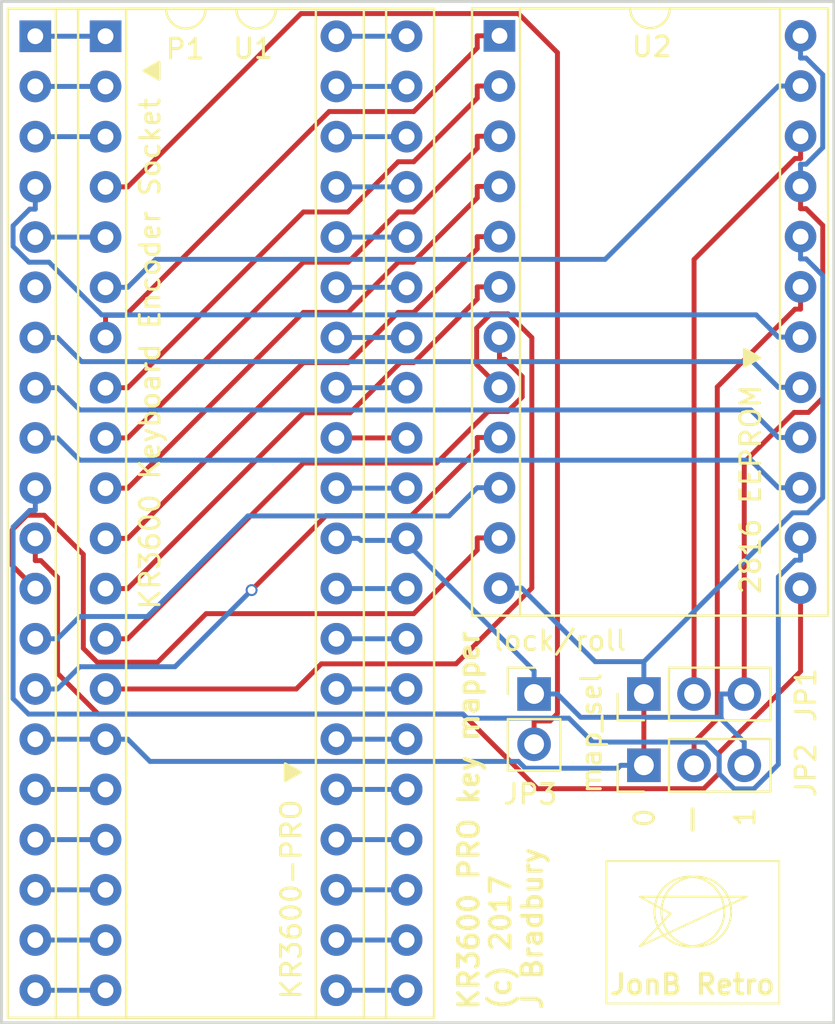
<source format=kicad_pcb>
(kicad_pcb (version 4) (host pcbnew 4.0.5)

  (general
    (links 60)
    (no_connects 0)
    (area 112.716239 74.697519 154.999761 126.511121)
    (thickness 1.6)
    (drawings 18)
    (tracks 255)
    (zones 0)
    (modules 6)
    (nets 53)
  )

  (page A4)
  (layers
    (0 F.Cu signal)
    (31 B.Cu signal)
    (32 B.Adhes user)
    (33 F.Adhes user)
    (34 B.Paste user)
    (35 F.Paste user)
    (36 B.SilkS user)
    (37 F.SilkS user)
    (38 B.Mask user)
    (39 F.Mask user)
    (40 Dwgs.User user)
    (41 Cmts.User user)
    (42 Eco1.User user)
    (43 Eco2.User user)
    (44 Edge.Cuts user)
    (45 Margin user)
    (46 B.CrtYd user)
    (47 F.CrtYd user)
    (48 B.Fab user)
    (49 F.Fab user)
  )

  (setup
    (last_trace_width 0.25)
    (trace_clearance 0.2)
    (zone_clearance 0.508)
    (zone_45_only no)
    (trace_min 0.2)
    (segment_width 0.2)
    (edge_width 0.15)
    (via_size 0.6)
    (via_drill 0.4)
    (via_min_size 0.4)
    (via_min_drill 0.3)
    (uvia_size 0.3)
    (uvia_drill 0.1)
    (uvias_allowed no)
    (uvia_min_size 0.2)
    (uvia_min_drill 0.1)
    (pcb_text_width 0.3)
    (pcb_text_size 1.5 1.5)
    (mod_edge_width 0.15)
    (mod_text_size 1 1)
    (mod_text_width 0.15)
    (pad_size 1.524 1.524)
    (pad_drill 0.762)
    (pad_to_mask_clearance 0.2)
    (aux_axis_origin 0 0)
    (visible_elements 7FFFF7FF)
    (pcbplotparams
      (layerselection 0x00030_80000001)
      (usegerberextensions false)
      (excludeedgelayer true)
      (linewidth 0.100000)
      (plotframeref false)
      (viasonmask false)
      (mode 1)
      (useauxorigin false)
      (hpglpennumber 1)
      (hpglpenspeed 20)
      (hpglpendiameter 15)
      (hpglpenoverlay 2)
      (psnegative false)
      (psa4output false)
      (plotreference true)
      (plotvalue true)
      (plotinvisibletext false)
      (padsonsilk false)
      (subtractmaskfromsilk false)
      (outputformat 1)
      (mirror false)
      (drillshape 1)
      (scaleselection 1)
      (outputdirectory ""))
  )

  (net 0 "")
  (net 1 /K1)
  (net 2 /K21)
  (net 3 /K2)
  (net 4 /K22)
  (net 5 /K3)
  (net 6 /K23)
  (net 7 /K24)
  (net 8 /K5)
  (net 9 /K25)
  (net 10 /K6)
  (net 11 /K26)
  (net 12 /D7)
  (net 13 /K27)
  (net 14 /D6)
  (net 15 /K28)
  (net 16 /D5)
  (net 17 /K29)
  (net 18 /D4)
  (net 19 /D3)
  (net 20 /K31)
  (net 21 /D2)
  (net 22 /K32)
  (net 23 /D1)
  (net 24 /K33)
  (net 25 /D0)
  (net 26 /K34)
  (net 27 GND)
  (net 28 /K35)
  (net 29 /K36)
  (net 30 /K17)
  (net 31 /K37)
  (net 32 /K18)
  (net 33 /K38)
  (net 34 /K19)
  (net 35 /K39)
  (net 36 /K20)
  (net 37 /K40)
  (net 38 /A7)
  (net 39 /A6)
  (net 40 /A5)
  (net 41 /A4)
  (net 42 /A3)
  (net 43 /A2)
  (net 44 /A1)
  (net 45 /A0)
  (net 46 VCC)
  (net 47 /K16)
  (net 48 /A8)
  (net 49 /A9)
  (net 50 /A10)
  (net 51 //OE)
  (net 52 /P4)

  (net_class Default "This is the default net class."
    (clearance 0.2)
    (trace_width 0.25)
    (via_dia 0.6)
    (via_drill 0.4)
    (uvia_dia 0.3)
    (uvia_drill 0.1)
    (add_net //OE)
    (add_net /A0)
    (add_net /A1)
    (add_net /A10)
    (add_net /A2)
    (add_net /A3)
    (add_net /A4)
    (add_net /A5)
    (add_net /A6)
    (add_net /A7)
    (add_net /A8)
    (add_net /A9)
    (add_net /D0)
    (add_net /D1)
    (add_net /D2)
    (add_net /D3)
    (add_net /D4)
    (add_net /D5)
    (add_net /D6)
    (add_net /D7)
    (add_net /K1)
    (add_net /K16)
    (add_net /K17)
    (add_net /K18)
    (add_net /K19)
    (add_net /K2)
    (add_net /K20)
    (add_net /K21)
    (add_net /K22)
    (add_net /K23)
    (add_net /K24)
    (add_net /K25)
    (add_net /K26)
    (add_net /K27)
    (add_net /K28)
    (add_net /K29)
    (add_net /K3)
    (add_net /K31)
    (add_net /K32)
    (add_net /K33)
    (add_net /K34)
    (add_net /K35)
    (add_net /K36)
    (add_net /K37)
    (add_net /K38)
    (add_net /K39)
    (add_net /K40)
    (add_net /K5)
    (add_net /K6)
    (add_net /P4)
    (add_net GND)
    (add_net VCC)
  )

  (module Housings_DIP:DIP-40_W15.24mm_Socket (layer F.Cu) (tedit 5919C754) (tstamp 591842A0)
    (at 114.503 76.5304)
    (descr "40-lead dip package, row spacing 15.24 mm (600 mils), Socket")
    (tags "DIL DIP PDIP 2.54mm 15.24mm 600mil Socket")
    (path /591810A7)
    (fp_text reference P1 (at 7.58952 0.64516) (layer F.SilkS)
      (effects (font (size 1 1) (thickness 0.15)))
    )
    (fp_text value "KR3600 Keyboard Encoder Socket ▲" (at 5.80664 15.05692 90) (layer F.SilkS)
      (effects (font (size 1 1) (thickness 0.15)))
    )
    (fp_text user %R (at 7.62 24.13) (layer F.Fab)
      (effects (font (size 1 1) (thickness 0.15)))
    )
    (fp_line (start 1.255 -1.27) (end 14.985 -1.27) (layer F.Fab) (width 0.1))
    (fp_line (start 14.985 -1.27) (end 14.985 49.53) (layer F.Fab) (width 0.1))
    (fp_line (start 14.985 49.53) (end 0.255 49.53) (layer F.Fab) (width 0.1))
    (fp_line (start 0.255 49.53) (end 0.255 -0.27) (layer F.Fab) (width 0.1))
    (fp_line (start 0.255 -0.27) (end 1.255 -1.27) (layer F.Fab) (width 0.1))
    (fp_line (start -1.27 -1.27) (end -1.27 49.53) (layer F.Fab) (width 0.1))
    (fp_line (start -1.27 49.53) (end 16.51 49.53) (layer F.Fab) (width 0.1))
    (fp_line (start 16.51 49.53) (end 16.51 -1.27) (layer F.Fab) (width 0.1))
    (fp_line (start 16.51 -1.27) (end -1.27 -1.27) (layer F.Fab) (width 0.1))
    (fp_line (start 6.62 -1.39) (end 1.04 -1.39) (layer F.SilkS) (width 0.12))
    (fp_line (start 1.04 -1.39) (end 1.04 49.65) (layer F.SilkS) (width 0.12))
    (fp_line (start 1.04 49.65) (end 14.2 49.65) (layer F.SilkS) (width 0.12))
    (fp_line (start 14.2 49.65) (end 14.2 -1.39) (layer F.SilkS) (width 0.12))
    (fp_line (start 14.2 -1.39) (end 8.62 -1.39) (layer F.SilkS) (width 0.12))
    (fp_line (start -1.39 -1.39) (end -1.39 49.65) (layer F.SilkS) (width 0.12))
    (fp_line (start -1.39 49.65) (end 16.63 49.65) (layer F.SilkS) (width 0.12))
    (fp_line (start 16.63 49.65) (end 16.63 -1.39) (layer F.SilkS) (width 0.12))
    (fp_line (start 16.63 -1.39) (end -1.39 -1.39) (layer F.SilkS) (width 0.12))
    (fp_line (start -1.7 -1.7) (end -1.7 49.9) (layer F.CrtYd) (width 0.05))
    (fp_line (start -1.7 49.9) (end 16.9 49.9) (layer F.CrtYd) (width 0.05))
    (fp_line (start 16.9 49.9) (end 16.9 -1.7) (layer F.CrtYd) (width 0.05))
    (fp_line (start 16.9 -1.7) (end -1.7 -1.7) (layer F.CrtYd) (width 0.05))
    (fp_arc (start 7.62 -1.39) (end 6.62 -1.39) (angle -180) (layer F.SilkS) (width 0.12))
    (pad 1 thru_hole rect (at 0 0) (size 1.6 1.6) (drill 0.8) (layers *.Cu *.Mask)
      (net 1 /K1))
    (pad 21 thru_hole oval (at 15.24 48.26) (size 1.6 1.6) (drill 0.8) (layers *.Cu *.Mask)
      (net 2 /K21))
    (pad 2 thru_hole oval (at 0 2.54) (size 1.6 1.6) (drill 0.8) (layers *.Cu *.Mask)
      (net 3 /K2))
    (pad 22 thru_hole oval (at 15.24 45.72) (size 1.6 1.6) (drill 0.8) (layers *.Cu *.Mask)
      (net 4 /K22))
    (pad 3 thru_hole oval (at 0 5.08) (size 1.6 1.6) (drill 0.8) (layers *.Cu *.Mask)
      (net 5 /K3))
    (pad 23 thru_hole oval (at 15.24 43.18) (size 1.6 1.6) (drill 0.8) (layers *.Cu *.Mask)
      (net 6 /K23))
    (pad 4 thru_hole oval (at 0 7.62) (size 1.6 1.6) (drill 0.8) (layers *.Cu *.Mask)
      (net 51 //OE))
    (pad 24 thru_hole oval (at 15.24 40.64) (size 1.6 1.6) (drill 0.8) (layers *.Cu *.Mask)
      (net 7 /K24))
    (pad 5 thru_hole oval (at 0 10.16) (size 1.6 1.6) (drill 0.8) (layers *.Cu *.Mask)
      (net 8 /K5))
    (pad 25 thru_hole oval (at 15.24 38.1) (size 1.6 1.6) (drill 0.8) (layers *.Cu *.Mask)
      (net 9 /K25))
    (pad 6 thru_hole oval (at 0 12.7) (size 1.6 1.6) (drill 0.8) (layers *.Cu *.Mask)
      (net 10 /K6))
    (pad 26 thru_hole oval (at 15.24 35.56) (size 1.6 1.6) (drill 0.8) (layers *.Cu *.Mask)
      (net 11 /K26))
    (pad 7 thru_hole oval (at 0 15.24) (size 1.6 1.6) (drill 0.8) (layers *.Cu *.Mask)
      (net 12 /D7))
    (pad 27 thru_hole oval (at 15.24 33.02) (size 1.6 1.6) (drill 0.8) (layers *.Cu *.Mask)
      (net 13 /K27))
    (pad 8 thru_hole oval (at 0 17.78) (size 1.6 1.6) (drill 0.8) (layers *.Cu *.Mask)
      (net 14 /D6))
    (pad 28 thru_hole oval (at 15.24 30.48) (size 1.6 1.6) (drill 0.8) (layers *.Cu *.Mask)
      (net 15 /K28))
    (pad 9 thru_hole oval (at 0 20.32) (size 1.6 1.6) (drill 0.8) (layers *.Cu *.Mask)
      (net 16 /D5))
    (pad 29 thru_hole oval (at 15.24 27.94) (size 1.6 1.6) (drill 0.8) (layers *.Cu *.Mask)
      (net 17 /K29))
    (pad 10 thru_hole oval (at 0 22.86) (size 1.6 1.6) (drill 0.8) (layers *.Cu *.Mask)
      (net 18 /D4))
    (pad 30 thru_hole oval (at 15.24 25.4) (size 1.6 1.6) (drill 0.8) (layers *.Cu *.Mask)
      (net 46 VCC))
    (pad 11 thru_hole oval (at 0 25.4) (size 1.6 1.6) (drill 0.8) (layers *.Cu *.Mask)
      (net 19 /D3))
    (pad 31 thru_hole oval (at 15.24 22.86) (size 1.6 1.6) (drill 0.8) (layers *.Cu *.Mask)
      (net 20 /K31))
    (pad 12 thru_hole oval (at 0 27.94) (size 1.6 1.6) (drill 0.8) (layers *.Cu *.Mask)
      (net 21 /D2))
    (pad 32 thru_hole oval (at 15.24 20.32) (size 1.6 1.6) (drill 0.8) (layers *.Cu *.Mask)
      (net 22 /K32))
    (pad 13 thru_hole oval (at 0 30.48) (size 1.6 1.6) (drill 0.8) (layers *.Cu *.Mask)
      (net 23 /D1))
    (pad 33 thru_hole oval (at 15.24 17.78) (size 1.6 1.6) (drill 0.8) (layers *.Cu *.Mask)
      (net 24 /K33))
    (pad 14 thru_hole oval (at 0 33.02) (size 1.6 1.6) (drill 0.8) (layers *.Cu *.Mask)
      (net 25 /D0))
    (pad 34 thru_hole oval (at 15.24 15.24) (size 1.6 1.6) (drill 0.8) (layers *.Cu *.Mask)
      (net 26 /K34))
    (pad 15 thru_hole oval (at 0 35.56) (size 1.6 1.6) (drill 0.8) (layers *.Cu *.Mask)
      (net 27 GND))
    (pad 35 thru_hole oval (at 15.24 12.7) (size 1.6 1.6) (drill 0.8) (layers *.Cu *.Mask)
      (net 28 /K35))
    (pad 16 thru_hole oval (at 0 38.1) (size 1.6 1.6) (drill 0.8) (layers *.Cu *.Mask)
      (net 47 /K16))
    (pad 36 thru_hole oval (at 15.24 10.16) (size 1.6 1.6) (drill 0.8) (layers *.Cu *.Mask)
      (net 29 /K36))
    (pad 17 thru_hole oval (at 0 40.64) (size 1.6 1.6) (drill 0.8) (layers *.Cu *.Mask)
      (net 30 /K17))
    (pad 37 thru_hole oval (at 15.24 7.62) (size 1.6 1.6) (drill 0.8) (layers *.Cu *.Mask)
      (net 31 /K37))
    (pad 18 thru_hole oval (at 0 43.18) (size 1.6 1.6) (drill 0.8) (layers *.Cu *.Mask)
      (net 32 /K18))
    (pad 38 thru_hole oval (at 15.24 5.08) (size 1.6 1.6) (drill 0.8) (layers *.Cu *.Mask)
      (net 33 /K38))
    (pad 19 thru_hole oval (at 0 45.72) (size 1.6 1.6) (drill 0.8) (layers *.Cu *.Mask)
      (net 34 /K19))
    (pad 39 thru_hole oval (at 15.24 2.54) (size 1.6 1.6) (drill 0.8) (layers *.Cu *.Mask)
      (net 35 /K39))
    (pad 20 thru_hole oval (at 0 48.26) (size 1.6 1.6) (drill 0.8) (layers *.Cu *.Mask)
      (net 36 /K20))
    (pad 40 thru_hole oval (at 15.24 0) (size 1.6 1.6) (drill 0.8) (layers *.Cu *.Mask)
      (net 37 /K40))
    (model Housings_DIP.3dshapes/DIP-40_W15.24mm_Socket.wrl
      (at (xyz 0 0 0))
      (scale (xyz 1 1 1))
      (rotate (xyz 0 0 0))
    )
  )

  (module Housings_DIP:DIP-40_W15.24mm_Socket (layer F.Cu) (tedit 5919C6FB) (tstamp 591842CC)
    (at 118.059 76.5304)
    (descr "40-lead dip package, row spacing 15.24 mm (600 mils), Socket")
    (tags "DIL DIP PDIP 2.54mm 15.24mm 600mil Socket")
    (path /591805E5)
    (fp_text reference U1 (at 7.4676 0.61976) (layer F.SilkS)
      (effects (font (size 1 1) (thickness 0.15)))
    )
    (fp_text value "KR3600-PRO ▼" (at 9.40328 42.66164 90) (layer F.SilkS)
      (effects (font (size 1 1) (thickness 0.15)))
    )
    (fp_text user %R (at 7.62 24.13) (layer F.Fab)
      (effects (font (size 1 1) (thickness 0.15)))
    )
    (fp_line (start 1.255 -1.27) (end 14.985 -1.27) (layer F.Fab) (width 0.1))
    (fp_line (start 14.985 -1.27) (end 14.985 49.53) (layer F.Fab) (width 0.1))
    (fp_line (start 14.985 49.53) (end 0.255 49.53) (layer F.Fab) (width 0.1))
    (fp_line (start 0.255 49.53) (end 0.255 -0.27) (layer F.Fab) (width 0.1))
    (fp_line (start 0.255 -0.27) (end 1.255 -1.27) (layer F.Fab) (width 0.1))
    (fp_line (start -1.27 -1.27) (end -1.27 49.53) (layer F.Fab) (width 0.1))
    (fp_line (start -1.27 49.53) (end 16.51 49.53) (layer F.Fab) (width 0.1))
    (fp_line (start 16.51 49.53) (end 16.51 -1.27) (layer F.Fab) (width 0.1))
    (fp_line (start 16.51 -1.27) (end -1.27 -1.27) (layer F.Fab) (width 0.1))
    (fp_line (start 6.62 -1.39) (end 1.04 -1.39) (layer F.SilkS) (width 0.12))
    (fp_line (start 1.04 -1.39) (end 1.04 49.65) (layer F.SilkS) (width 0.12))
    (fp_line (start 1.04 49.65) (end 14.2 49.65) (layer F.SilkS) (width 0.12))
    (fp_line (start 14.2 49.65) (end 14.2 -1.39) (layer F.SilkS) (width 0.12))
    (fp_line (start 14.2 -1.39) (end 8.62 -1.39) (layer F.SilkS) (width 0.12))
    (fp_line (start -1.39 -1.39) (end -1.39 49.65) (layer F.SilkS) (width 0.12))
    (fp_line (start -1.39 49.65) (end 16.63 49.65) (layer F.SilkS) (width 0.12))
    (fp_line (start 16.63 49.65) (end 16.63 -1.39) (layer F.SilkS) (width 0.12))
    (fp_line (start 16.63 -1.39) (end -1.39 -1.39) (layer F.SilkS) (width 0.12))
    (fp_line (start -1.7 -1.7) (end -1.7 49.9) (layer F.CrtYd) (width 0.05))
    (fp_line (start -1.7 49.9) (end 16.9 49.9) (layer F.CrtYd) (width 0.05))
    (fp_line (start 16.9 49.9) (end 16.9 -1.7) (layer F.CrtYd) (width 0.05))
    (fp_line (start 16.9 -1.7) (end -1.7 -1.7) (layer F.CrtYd) (width 0.05))
    (fp_arc (start 7.62 -1.39) (end 6.62 -1.39) (angle -180) (layer F.SilkS) (width 0.12))
    (pad 1 thru_hole rect (at 0 0) (size 1.6 1.6) (drill 0.8) (layers *.Cu *.Mask)
      (net 1 /K1))
    (pad 21 thru_hole oval (at 15.24 48.26) (size 1.6 1.6) (drill 0.8) (layers *.Cu *.Mask)
      (net 2 /K21))
    (pad 2 thru_hole oval (at 0 2.54) (size 1.6 1.6) (drill 0.8) (layers *.Cu *.Mask)
      (net 3 /K2))
    (pad 22 thru_hole oval (at 15.24 45.72) (size 1.6 1.6) (drill 0.8) (layers *.Cu *.Mask)
      (net 4 /K22))
    (pad 3 thru_hole oval (at 0 5.08) (size 1.6 1.6) (drill 0.8) (layers *.Cu *.Mask)
      (net 5 /K3))
    (pad 23 thru_hole oval (at 15.24 43.18) (size 1.6 1.6) (drill 0.8) (layers *.Cu *.Mask)
      (net 6 /K23))
    (pad 4 thru_hole oval (at 0 7.62) (size 1.6 1.6) (drill 0.8) (layers *.Cu *.Mask)
      (net 52 /P4))
    (pad 24 thru_hole oval (at 15.24 40.64) (size 1.6 1.6) (drill 0.8) (layers *.Cu *.Mask)
      (net 7 /K24))
    (pad 5 thru_hole oval (at 0 10.16) (size 1.6 1.6) (drill 0.8) (layers *.Cu *.Mask)
      (net 8 /K5))
    (pad 25 thru_hole oval (at 15.24 38.1) (size 1.6 1.6) (drill 0.8) (layers *.Cu *.Mask)
      (net 9 /K25))
    (pad 6 thru_hole oval (at 0 12.7) (size 1.6 1.6) (drill 0.8) (layers *.Cu *.Mask)
      (net 48 /A8))
    (pad 26 thru_hole oval (at 15.24 35.56) (size 1.6 1.6) (drill 0.8) (layers *.Cu *.Mask)
      (net 11 /K26))
    (pad 7 thru_hole oval (at 0 15.24) (size 1.6 1.6) (drill 0.8) (layers *.Cu *.Mask)
      (net 38 /A7))
    (pad 27 thru_hole oval (at 15.24 33.02) (size 1.6 1.6) (drill 0.8) (layers *.Cu *.Mask)
      (net 13 /K27))
    (pad 8 thru_hole oval (at 0 17.78) (size 1.6 1.6) (drill 0.8) (layers *.Cu *.Mask)
      (net 39 /A6))
    (pad 28 thru_hole oval (at 15.24 30.48) (size 1.6 1.6) (drill 0.8) (layers *.Cu *.Mask)
      (net 15 /K28))
    (pad 9 thru_hole oval (at 0 20.32) (size 1.6 1.6) (drill 0.8) (layers *.Cu *.Mask)
      (net 40 /A5))
    (pad 29 thru_hole oval (at 15.24 27.94) (size 1.6 1.6) (drill 0.8) (layers *.Cu *.Mask)
      (net 17 /K29))
    (pad 10 thru_hole oval (at 0 22.86) (size 1.6 1.6) (drill 0.8) (layers *.Cu *.Mask)
      (net 41 /A4))
    (pad 30 thru_hole oval (at 15.24 25.4) (size 1.6 1.6) (drill 0.8) (layers *.Cu *.Mask)
      (net 46 VCC))
    (pad 11 thru_hole oval (at 0 25.4) (size 1.6 1.6) (drill 0.8) (layers *.Cu *.Mask)
      (net 42 /A3))
    (pad 31 thru_hole oval (at 15.24 22.86) (size 1.6 1.6) (drill 0.8) (layers *.Cu *.Mask)
      (net 20 /K31))
    (pad 12 thru_hole oval (at 0 27.94) (size 1.6 1.6) (drill 0.8) (layers *.Cu *.Mask)
      (net 43 /A2))
    (pad 32 thru_hole oval (at 15.24 20.32) (size 1.6 1.6) (drill 0.8) (layers *.Cu *.Mask)
      (net 22 /K32))
    (pad 13 thru_hole oval (at 0 30.48) (size 1.6 1.6) (drill 0.8) (layers *.Cu *.Mask)
      (net 44 /A1))
    (pad 33 thru_hole oval (at 15.24 17.78) (size 1.6 1.6) (drill 0.8) (layers *.Cu *.Mask)
      (net 24 /K33))
    (pad 14 thru_hole oval (at 0 33.02) (size 1.6 1.6) (drill 0.8) (layers *.Cu *.Mask)
      (net 45 /A0))
    (pad 34 thru_hole oval (at 15.24 15.24) (size 1.6 1.6) (drill 0.8) (layers *.Cu *.Mask)
      (net 26 /K34))
    (pad 15 thru_hole oval (at 0 35.56) (size 1.6 1.6) (drill 0.8) (layers *.Cu *.Mask)
      (net 27 GND))
    (pad 35 thru_hole oval (at 15.24 12.7) (size 1.6 1.6) (drill 0.8) (layers *.Cu *.Mask)
      (net 28 /K35))
    (pad 16 thru_hole oval (at 0 38.1) (size 1.6 1.6) (drill 0.8) (layers *.Cu *.Mask)
      (net 47 /K16))
    (pad 36 thru_hole oval (at 15.24 10.16) (size 1.6 1.6) (drill 0.8) (layers *.Cu *.Mask)
      (net 29 /K36))
    (pad 17 thru_hole oval (at 0 40.64) (size 1.6 1.6) (drill 0.8) (layers *.Cu *.Mask)
      (net 30 /K17))
    (pad 37 thru_hole oval (at 15.24 7.62) (size 1.6 1.6) (drill 0.8) (layers *.Cu *.Mask)
      (net 31 /K37))
    (pad 18 thru_hole oval (at 0 43.18) (size 1.6 1.6) (drill 0.8) (layers *.Cu *.Mask)
      (net 32 /K18))
    (pad 38 thru_hole oval (at 15.24 5.08) (size 1.6 1.6) (drill 0.8) (layers *.Cu *.Mask)
      (net 33 /K38))
    (pad 19 thru_hole oval (at 0 45.72) (size 1.6 1.6) (drill 0.8) (layers *.Cu *.Mask)
      (net 34 /K19))
    (pad 39 thru_hole oval (at 15.24 2.54) (size 1.6 1.6) (drill 0.8) (layers *.Cu *.Mask)
      (net 35 /K39))
    (pad 20 thru_hole oval (at 0 48.26) (size 1.6 1.6) (drill 0.8) (layers *.Cu *.Mask)
      (net 36 /K20))
    (pad 40 thru_hole oval (at 15.24 0) (size 1.6 1.6) (drill 0.8) (layers *.Cu *.Mask)
      (net 37 /K40))
    (model Housings_DIP.3dshapes/DIP-40_W15.24mm_Socket.wrl
      (at (xyz 0 0 0))
      (scale (xyz 1 1 1))
      (rotate (xyz 0 0 0))
    )
  )

  (module Housings_DIP:DIP-24_W15.24mm_Socket (layer F.Cu) (tedit 5919C723) (tstamp 591842E8)
    (at 137.998 76.5094)
    (descr "24-lead dip package, row spacing 15.24 mm (600 mils), Socket")
    (tags "DIL DIP PDIP 2.54mm 15.24mm 600mil Socket")
    (path /5918093E)
    (fp_text reference U2 (at 7.71144 0.55372) (layer F.SilkS)
      (effects (font (size 1 1) (thickness 0.15)))
    )
    (fp_text value "2816 EEPROM ▼" (at 12.71036 21.95116 90) (layer F.SilkS)
      (effects (font (size 1 1) (thickness 0.15)))
    )
    (fp_text user %R (at 7.62 13.97) (layer F.Fab)
      (effects (font (size 1 1) (thickness 0.15)))
    )
    (fp_line (start 1.255 -1.27) (end 14.985 -1.27) (layer F.Fab) (width 0.1))
    (fp_line (start 14.985 -1.27) (end 14.985 29.21) (layer F.Fab) (width 0.1))
    (fp_line (start 14.985 29.21) (end 0.255 29.21) (layer F.Fab) (width 0.1))
    (fp_line (start 0.255 29.21) (end 0.255 -0.27) (layer F.Fab) (width 0.1))
    (fp_line (start 0.255 -0.27) (end 1.255 -1.27) (layer F.Fab) (width 0.1))
    (fp_line (start -1.27 -1.27) (end -1.27 29.21) (layer F.Fab) (width 0.1))
    (fp_line (start -1.27 29.21) (end 16.51 29.21) (layer F.Fab) (width 0.1))
    (fp_line (start 16.51 29.21) (end 16.51 -1.27) (layer F.Fab) (width 0.1))
    (fp_line (start 16.51 -1.27) (end -1.27 -1.27) (layer F.Fab) (width 0.1))
    (fp_line (start 6.62 -1.39) (end 1.04 -1.39) (layer F.SilkS) (width 0.12))
    (fp_line (start 1.04 -1.39) (end 1.04 29.33) (layer F.SilkS) (width 0.12))
    (fp_line (start 1.04 29.33) (end 14.2 29.33) (layer F.SilkS) (width 0.12))
    (fp_line (start 14.2 29.33) (end 14.2 -1.39) (layer F.SilkS) (width 0.12))
    (fp_line (start 14.2 -1.39) (end 8.62 -1.39) (layer F.SilkS) (width 0.12))
    (fp_line (start -1.39 -1.39) (end -1.39 29.33) (layer F.SilkS) (width 0.12))
    (fp_line (start -1.39 29.33) (end 16.63 29.33) (layer F.SilkS) (width 0.12))
    (fp_line (start 16.63 29.33) (end 16.63 -1.39) (layer F.SilkS) (width 0.12))
    (fp_line (start 16.63 -1.39) (end -1.39 -1.39) (layer F.SilkS) (width 0.12))
    (fp_line (start -1.7 -1.7) (end -1.7 29.6) (layer F.CrtYd) (width 0.05))
    (fp_line (start -1.7 29.6) (end 16.9 29.6) (layer F.CrtYd) (width 0.05))
    (fp_line (start 16.9 29.6) (end 16.9 -1.7) (layer F.CrtYd) (width 0.05))
    (fp_line (start 16.9 -1.7) (end -1.7 -1.7) (layer F.CrtYd) (width 0.05))
    (fp_arc (start 7.62 -1.39) (end 6.62 -1.39) (angle -180) (layer F.SilkS) (width 0.12))
    (pad 1 thru_hole rect (at 0 0) (size 1.6 1.6) (drill 0.8) (layers *.Cu *.Mask)
      (net 38 /A7))
    (pad 13 thru_hole oval (at 15.24 27.94) (size 1.6 1.6) (drill 0.8) (layers *.Cu *.Mask)
      (net 19 /D3))
    (pad 2 thru_hole oval (at 0 2.54) (size 1.6 1.6) (drill 0.8) (layers *.Cu *.Mask)
      (net 39 /A6))
    (pad 14 thru_hole oval (at 15.24 25.4) (size 1.6 1.6) (drill 0.8) (layers *.Cu *.Mask)
      (net 18 /D4))
    (pad 3 thru_hole oval (at 0 5.08) (size 1.6 1.6) (drill 0.8) (layers *.Cu *.Mask)
      (net 40 /A5))
    (pad 15 thru_hole oval (at 15.24 22.86) (size 1.6 1.6) (drill 0.8) (layers *.Cu *.Mask)
      (net 16 /D5))
    (pad 4 thru_hole oval (at 0 7.62) (size 1.6 1.6) (drill 0.8) (layers *.Cu *.Mask)
      (net 41 /A4))
    (pad 16 thru_hole oval (at 15.24 20.32) (size 1.6 1.6) (drill 0.8) (layers *.Cu *.Mask)
      (net 14 /D6))
    (pad 5 thru_hole oval (at 0 10.16) (size 1.6 1.6) (drill 0.8) (layers *.Cu *.Mask)
      (net 42 /A3))
    (pad 17 thru_hole oval (at 15.24 17.78) (size 1.6 1.6) (drill 0.8) (layers *.Cu *.Mask)
      (net 12 /D7))
    (pad 6 thru_hole oval (at 0 12.7) (size 1.6 1.6) (drill 0.8) (layers *.Cu *.Mask)
      (net 43 /A2))
    (pad 18 thru_hole oval (at 15.24 15.24) (size 1.6 1.6) (drill 0.8) (layers *.Cu *.Mask)
      (net 51 //OE))
    (pad 7 thru_hole oval (at 0 15.24) (size 1.6 1.6) (drill 0.8) (layers *.Cu *.Mask)
      (net 44 /A1))
    (pad 19 thru_hole oval (at 15.24 12.7) (size 1.6 1.6) (drill 0.8) (layers *.Cu *.Mask)
      (net 50 /A10))
    (pad 8 thru_hole oval (at 0 17.78) (size 1.6 1.6) (drill 0.8) (layers *.Cu *.Mask)
      (net 45 /A0))
    (pad 20 thru_hole oval (at 15.24 10.16) (size 1.6 1.6) (drill 0.8) (layers *.Cu *.Mask)
      (net 27 GND))
    (pad 9 thru_hole oval (at 0 20.32) (size 1.6 1.6) (drill 0.8) (layers *.Cu *.Mask)
      (net 25 /D0))
    (pad 21 thru_hole oval (at 15.24 7.62) (size 1.6 1.6) (drill 0.8) (layers *.Cu *.Mask)
      (net 46 VCC))
    (pad 10 thru_hole oval (at 0 22.86) (size 1.6 1.6) (drill 0.8) (layers *.Cu *.Mask)
      (net 23 /D1))
    (pad 22 thru_hole oval (at 15.24 5.08) (size 1.6 1.6) (drill 0.8) (layers *.Cu *.Mask)
      (net 49 /A9))
    (pad 11 thru_hole oval (at 0 25.4) (size 1.6 1.6) (drill 0.8) (layers *.Cu *.Mask)
      (net 21 /D2))
    (pad 23 thru_hole oval (at 15.24 2.54) (size 1.6 1.6) (drill 0.8) (layers *.Cu *.Mask)
      (net 48 /A8))
    (pad 12 thru_hole oval (at 0 27.94) (size 1.6 1.6) (drill 0.8) (layers *.Cu *.Mask)
      (net 27 GND))
    (pad 24 thru_hole oval (at 15.24 0) (size 1.6 1.6) (drill 0.8) (layers *.Cu *.Mask)
      (net 46 VCC))
    (model Housings_DIP.3dshapes/DIP-24_W15.24mm_Socket.wrl
      (at (xyz 0 0 0))
      (scale (xyz 1 1 1))
      (rotate (xyz 0 0 0))
    )
  )

  (module Pin_Headers:Pin_Header_Straight_1x03_Pitch2.54mm (layer F.Cu) (tedit 5919C4E0) (tstamp 5918664F)
    (at 145.308 109.804 90)
    (descr "Through hole straight pin header, 1x03, 2.54mm pitch, single row")
    (tags "Through hole pin header THT 1x03 2.54mm single row")
    (path /591862EB)
    (fp_text reference JP1 (at -0.05068 8.19908 90) (layer F.SilkS)
      (effects (font (size 1 1) (thickness 0.15)))
    )
    (fp_text value 0 (at -6.2686 0.03552 90) (layer F.SilkS)
      (effects (font (size 1 1) (thickness 0.15)))
    )
    (fp_line (start -1.27 -1.27) (end -1.27 6.35) (layer F.Fab) (width 0.1))
    (fp_line (start -1.27 6.35) (end 1.27 6.35) (layer F.Fab) (width 0.1))
    (fp_line (start 1.27 6.35) (end 1.27 -1.27) (layer F.Fab) (width 0.1))
    (fp_line (start 1.27 -1.27) (end -1.27 -1.27) (layer F.Fab) (width 0.1))
    (fp_line (start -1.33 1.27) (end -1.33 6.41) (layer F.SilkS) (width 0.12))
    (fp_line (start -1.33 6.41) (end 1.33 6.41) (layer F.SilkS) (width 0.12))
    (fp_line (start 1.33 6.41) (end 1.33 1.27) (layer F.SilkS) (width 0.12))
    (fp_line (start 1.33 1.27) (end -1.33 1.27) (layer F.SilkS) (width 0.12))
    (fp_line (start -1.33 0) (end -1.33 -1.33) (layer F.SilkS) (width 0.12))
    (fp_line (start -1.33 -1.33) (end 0 -1.33) (layer F.SilkS) (width 0.12))
    (fp_line (start -1.8 -1.8) (end -1.8 6.85) (layer F.CrtYd) (width 0.05))
    (fp_line (start -1.8 6.85) (end 1.8 6.85) (layer F.CrtYd) (width 0.05))
    (fp_line (start 1.8 6.85) (end 1.8 -1.8) (layer F.CrtYd) (width 0.05))
    (fp_line (start 1.8 -1.8) (end -1.8 -1.8) (layer F.CrtYd) (width 0.05))
    (pad 1 thru_hole rect (at 0 0 90) (size 1.7 1.7) (drill 1) (layers *.Cu *.Mask)
      (net 27 GND))
    (pad 2 thru_hole oval (at 0 2.54 90) (size 1.7 1.7) (drill 1) (layers *.Cu *.Mask)
      (net 49 /A9))
    (pad 3 thru_hole oval (at 0 5.08 90) (size 1.7 1.7) (drill 1) (layers *.Cu *.Mask)
      (net 46 VCC))
    (model ${KISYS3DMOD}/Pin_Headers.3dshapes/Pin_Header_Straight_1x03_Pitch2.54mm.wrl
      (at (xyz 0 -0.1 0))
      (scale (xyz 1 1 1))
      (rotate (xyz 0 0 90))
    )
  )

  (module Pin_Headers:Pin_Header_Straight_1x03_Pitch2.54mm (layer F.Cu) (tedit 5919C4CF) (tstamp 59186656)
    (at 145.308 113.411 90)
    (descr "Through hole straight pin header, 1x03, 2.54mm pitch, single row")
    (tags "Through hole pin header THT 1x03 2.54mm single row")
    (path /5918631F)
    (fp_text reference JP2 (at -0.25368 8.19908 90) (layer F.SilkS)
      (effects (font (size 1 1) (thickness 0.15)))
    )
    (fp_text value 1 (at -2.62604 5.11552 90) (layer F.SilkS)
      (effects (font (size 1 1) (thickness 0.15)))
    )
    (fp_line (start -1.27 -1.27) (end -1.27 6.35) (layer F.Fab) (width 0.1))
    (fp_line (start -1.27 6.35) (end 1.27 6.35) (layer F.Fab) (width 0.1))
    (fp_line (start 1.27 6.35) (end 1.27 -1.27) (layer F.Fab) (width 0.1))
    (fp_line (start 1.27 -1.27) (end -1.27 -1.27) (layer F.Fab) (width 0.1))
    (fp_line (start -1.33 1.27) (end -1.33 6.41) (layer F.SilkS) (width 0.12))
    (fp_line (start -1.33 6.41) (end 1.33 6.41) (layer F.SilkS) (width 0.12))
    (fp_line (start 1.33 6.41) (end 1.33 1.27) (layer F.SilkS) (width 0.12))
    (fp_line (start 1.33 1.27) (end -1.33 1.27) (layer F.SilkS) (width 0.12))
    (fp_line (start -1.33 0) (end -1.33 -1.33) (layer F.SilkS) (width 0.12))
    (fp_line (start -1.33 -1.33) (end 0 -1.33) (layer F.SilkS) (width 0.12))
    (fp_line (start -1.8 -1.8) (end -1.8 6.85) (layer F.CrtYd) (width 0.05))
    (fp_line (start -1.8 6.85) (end 1.8 6.85) (layer F.CrtYd) (width 0.05))
    (fp_line (start 1.8 6.85) (end 1.8 -1.8) (layer F.CrtYd) (width 0.05))
    (fp_line (start 1.8 -1.8) (end -1.8 -1.8) (layer F.CrtYd) (width 0.05))
    (pad 1 thru_hole rect (at 0 0 90) (size 1.7 1.7) (drill 1) (layers *.Cu *.Mask)
      (net 27 GND))
    (pad 2 thru_hole oval (at 0 2.54 90) (size 1.7 1.7) (drill 1) (layers *.Cu *.Mask)
      (net 50 /A10))
    (pad 3 thru_hole oval (at 0 5.08 90) (size 1.7 1.7) (drill 1) (layers *.Cu *.Mask)
      (net 46 VCC))
    (model ${KISYS3DMOD}/Pin_Headers.3dshapes/Pin_Header_Straight_1x03_Pitch2.54mm.wrl
      (at (xyz 0 -0.1 0))
      (scale (xyz 1 1 1))
      (rotate (xyz 0 0 90))
    )
  )

  (module Pin_Headers:Pin_Header_Straight_1x02_Pitch2.54mm (layer F.Cu) (tedit 5919D042) (tstamp 5919CEF5)
    (at 139.751 109.804)
    (descr "Through hole straight pin header, 1x02, 2.54mm pitch, single row")
    (tags "Through hole pin header THT 1x02 2.54mm single row")
    (path /5919CE7B)
    (fp_text reference JP3 (at -0.18796 5.06984) (layer F.SilkS)
      (effects (font (size 1 1) (thickness 0.15)))
    )
    (fp_text value lock/roll (at 1.2954 -2.70256) (layer F.SilkS)
      (effects (font (size 1 1) (thickness 0.15)))
    )
    (fp_line (start -1.27 -1.27) (end -1.27 3.81) (layer F.Fab) (width 0.1))
    (fp_line (start -1.27 3.81) (end 1.27 3.81) (layer F.Fab) (width 0.1))
    (fp_line (start 1.27 3.81) (end 1.27 -1.27) (layer F.Fab) (width 0.1))
    (fp_line (start 1.27 -1.27) (end -1.27 -1.27) (layer F.Fab) (width 0.1))
    (fp_line (start -1.33 1.27) (end -1.33 3.87) (layer F.SilkS) (width 0.12))
    (fp_line (start -1.33 3.87) (end 1.33 3.87) (layer F.SilkS) (width 0.12))
    (fp_line (start 1.33 3.87) (end 1.33 1.27) (layer F.SilkS) (width 0.12))
    (fp_line (start 1.33 1.27) (end -1.33 1.27) (layer F.SilkS) (width 0.12))
    (fp_line (start -1.33 0) (end -1.33 -1.33) (layer F.SilkS) (width 0.12))
    (fp_line (start -1.33 -1.33) (end 0 -1.33) (layer F.SilkS) (width 0.12))
    (fp_line (start -1.8 -1.8) (end -1.8 4.35) (layer F.CrtYd) (width 0.05))
    (fp_line (start -1.8 4.35) (end 1.8 4.35) (layer F.CrtYd) (width 0.05))
    (fp_line (start 1.8 4.35) (end 1.8 -1.8) (layer F.CrtYd) (width 0.05))
    (fp_line (start 1.8 -1.8) (end -1.8 -1.8) (layer F.CrtYd) (width 0.05))
    (pad 1 thru_hole rect (at 0 0) (size 1.7 1.7) (drill 1) (layers *.Cu *.Mask)
      (net 46 VCC))
    (pad 2 thru_hole oval (at 0 2.54) (size 1.7 1.7) (drill 1) (layers *.Cu *.Mask)
      (net 52 /P4))
    (model ${KISYS3DMOD}/Pin_Headers.3dshapes/Pin_Header_Straight_1x02_Pitch2.54mm.wrl
      (at (xyz 0 -0.05 0))
      (scale (xyz 1 1 1))
      (rotate (xyz 0 0 90))
    )
  )

  (gr_text map_sel (at 142.6464 111.7854 90) (layer F.SilkS)
    (effects (font (size 1 1) (thickness 0.15)))
  )
  (gr_line (start 147.77212 116.67236) (end 147.77212 115.63604) (angle 90) (layer F.SilkS) (width 0.2))
  (gr_text "KR3600 PRO key mapper\n(c) 2017\nJ Bradbury" (at 138.05408 125.87224 90) (layer F.SilkS)
    (effects (font (size 1 1) (thickness 0.2)) (justify left))
  )
  (gr_line (start 143.40968 125.45992) (end 152.15968 125.45992) (angle 90) (layer F.SilkS) (width 0.1))
  (gr_line (start 143.40968 118.25992) (end 143.40968 125.45992) (angle 90) (layer F.SilkS) (width 0.1))
  (gr_line (start 152.15968 118.25992) (end 143.40968 118.25992) (angle 90) (layer F.SilkS) (width 0.1))
  (gr_line (start 152.15968 125.45992) (end 152.15968 118.25992) (angle 90) (layer F.SilkS) (width 0.1))
  (gr_text "JonB Retro" (at 147.76704 124.50064) (layer F.SilkS)
    (effects (font (size 1 1) (thickness 0.2)))
  )
  (gr_line (start 146.65968 120.90992) (end 145.10968 122.55992) (angle 90) (layer F.SilkS) (width 0.1))
  (gr_line (start 145.10968 120.05992) (end 146.65968 120.90992) (angle 90) (layer F.SilkS) (width 0.1))
  (gr_line (start 145.10968 122.55992) (end 150.50968 120.05992) (angle 90) (layer F.SilkS) (width 0.1))
  (gr_line (start 145.10968 120.05992) (end 150.50968 120.05992) (angle 90) (layer F.SilkS) (width 0.1))
  (gr_circle (center 147.95968 120.80992) (end 149.20968 122.05992) (layer F.SilkS) (width 0.1) (tstamp 58A07AD6))
  (gr_circle (center 147.60968 120.80992) (end 148.85968 122.05992) (layer F.SilkS) (width 0.1))
  (gr_line (start 112.79124 126.43612) (end 112.79124 74.77252) (angle 90) (layer Edge.Cuts) (width 0.15))
  (gr_line (start 154.92476 126.43612) (end 112.79124 126.43612) (angle 90) (layer Edge.Cuts) (width 0.15))
  (gr_line (start 154.92476 74.77252) (end 154.92476 126.43612) (angle 90) (layer Edge.Cuts) (width 0.15))
  (gr_line (start 112.79124 74.77252) (end 154.92476 74.77252) (angle 90) (layer Edge.Cuts) (width 0.15))

  (segment (start 118.059 76.5304) (end 114.503 76.5304) (width 0.25) (layer B.Cu) (net 1))
  (segment (start 133.299 124.7904) (end 129.743 124.7904) (width 0.25) (layer B.Cu) (net 2))
  (segment (start 118.059 79.0704) (end 114.503 79.0704) (width 0.25) (layer B.Cu) (net 3))
  (segment (start 133.299 122.2504) (end 129.743 122.2504) (width 0.25) (layer B.Cu) (net 4))
  (segment (start 118.059 81.6104) (end 114.503 81.6104) (width 0.25) (layer B.Cu) (net 5))
  (segment (start 133.299 119.7104) (end 129.743 119.7104) (width 0.25) (layer B.Cu) (net 6))
  (segment (start 133.299 117.1704) (end 129.743 117.1704) (width 0.25) (layer B.Cu) (net 7))
  (segment (start 118.059 86.6904) (end 114.503 86.6904) (width 0.25) (layer B.Cu) (net 8))
  (segment (start 133.299 114.6304) (end 129.743 114.6304) (width 0.25) (layer B.Cu) (net 9))
  (segment (start 133.299 112.0904) (end 129.743 112.0904) (width 0.25) (layer B.Cu) (net 11))
  (segment (start 153.238 94.2894) (end 152.1127 94.2894) (width 0.25) (layer B.Cu) (net 12))
  (segment (start 114.503 91.7704) (end 115.6283 91.7704) (width 0.25) (layer B.Cu) (net 12))
  (segment (start 150.8134 92.9901) (end 152.1127 94.2894) (width 0.25) (layer B.Cu) (net 12))
  (segment (start 116.848 92.9901) (end 150.8134 92.9901) (width 0.25) (layer B.Cu) (net 12))
  (segment (start 115.6283 91.7704) (end 116.848 92.9901) (width 0.25) (layer B.Cu) (net 12))
  (segment (start 133.299 109.5504) (end 129.743 109.5504) (width 0.25) (layer B.Cu) (net 13))
  (segment (start 116.7536 95.4357) (end 115.6283 94.3104) (width 0.25) (layer B.Cu) (net 14))
  (segment (start 150.719 95.4357) (end 116.7536 95.4357) (width 0.25) (layer B.Cu) (net 14))
  (segment (start 152.1127 96.8294) (end 150.719 95.4357) (width 0.25) (layer B.Cu) (net 14))
  (segment (start 153.238 96.8294) (end 152.1127 96.8294) (width 0.25) (layer B.Cu) (net 14))
  (segment (start 114.503 94.3104) (end 115.6283 94.3104) (width 0.25) (layer B.Cu) (net 14))
  (segment (start 133.299 107.0104) (end 129.743 107.0104) (width 0.25) (layer B.Cu) (net 15))
  (segment (start 116.7536 97.9757) (end 115.6283 96.8504) (width 0.25) (layer B.Cu) (net 16))
  (segment (start 150.719 97.9757) (end 116.7536 97.9757) (width 0.25) (layer B.Cu) (net 16))
  (segment (start 152.1127 99.3694) (end 150.719 97.9757) (width 0.25) (layer B.Cu) (net 16))
  (segment (start 153.238 99.3694) (end 152.1127 99.3694) (width 0.25) (layer B.Cu) (net 16))
  (segment (start 114.503 96.8504) (end 115.6283 96.8504) (width 0.25) (layer B.Cu) (net 16))
  (segment (start 133.299 104.4704) (end 129.743 104.4704) (width 0.25) (layer B.Cu) (net 17))
  (segment (start 114.2216 100.5157) (end 114.503 100.5157) (width 0.25) (layer B.Cu) (net 18))
  (segment (start 113.3777 101.3596) (end 114.2216 100.5157) (width 0.25) (layer B.Cu) (net 18))
  (segment (start 113.3777 110.0397) (end 113.3777 101.3596) (width 0.25) (layer B.Cu) (net 18))
  (segment (start 114.1584 110.8204) (end 113.3777 110.0397) (width 0.25) (layer B.Cu) (net 18))
  (segment (start 136.1464 110.8204) (end 114.1584 110.8204) (width 0.25) (layer B.Cu) (net 18))
  (segment (start 136.3527 111.0267) (end 136.1464 110.8204) (width 0.25) (layer B.Cu) (net 18))
  (segment (start 141.5121 111.0267) (end 136.3527 111.0267) (width 0.25) (layer B.Cu) (net 18))
  (segment (start 142.721 112.2356) (end 141.5121 111.0267) (width 0.25) (layer B.Cu) (net 18))
  (segment (start 148.4164 112.2356) (end 142.721 112.2356) (width 0.25) (layer B.Cu) (net 18))
  (segment (start 149.118 112.9372) (end 148.4164 112.2356) (width 0.25) (layer B.Cu) (net 18))
  (segment (start 149.118 113.8394) (end 149.118 112.9372) (width 0.25) (layer B.Cu) (net 18))
  (segment (start 149.8807 114.6021) (end 149.118 113.8394) (width 0.25) (layer B.Cu) (net 18))
  (segment (start 150.8774 114.6021) (end 149.8807 114.6021) (width 0.25) (layer B.Cu) (net 18))
  (segment (start 152.1127 113.3668) (end 150.8774 114.6021) (width 0.25) (layer B.Cu) (net 18))
  (segment (start 152.1127 103.8786) (end 152.1127 113.3668) (width 0.25) (layer B.Cu) (net 18))
  (segment (start 152.9566 103.0347) (end 152.1127 103.8786) (width 0.25) (layer B.Cu) (net 18))
  (segment (start 153.238 103.0347) (end 152.9566 103.0347) (width 0.25) (layer B.Cu) (net 18))
  (segment (start 153.238 101.9094) (end 153.238 103.0347) (width 0.25) (layer B.Cu) (net 18))
  (segment (start 114.503 99.3904) (end 114.503 100.5157) (width 0.25) (layer B.Cu) (net 18))
  (segment (start 114.7844 103.0557) (end 114.503 103.0557) (width 0.25) (layer F.Cu) (net 19))
  (segment (start 115.6283 103.8996) (end 114.7844 103.0557) (width 0.25) (layer F.Cu) (net 19))
  (segment (start 115.6283 108.7601) (end 115.6283 103.8996) (width 0.25) (layer F.Cu) (net 19))
  (segment (start 117.6886 110.8204) (end 115.6283 108.7601) (width 0.25) (layer F.Cu) (net 19))
  (segment (start 136.1464 110.8204) (end 117.6886 110.8204) (width 0.25) (layer F.Cu) (net 19))
  (segment (start 139.9208 114.5948) (end 136.1464 110.8204) (width 0.25) (layer F.Cu) (net 19))
  (segment (start 148.3353 114.5948) (end 139.9208 114.5948) (width 0.25) (layer F.Cu) (net 19))
  (segment (start 149.118 113.8121) (end 148.3353 114.5948) (width 0.25) (layer F.Cu) (net 19))
  (segment (start 149.118 112.7808) (end 149.118 113.8121) (width 0.25) (layer F.Cu) (net 19))
  (segment (start 153.238 108.6608) (end 149.118 112.7808) (width 0.25) (layer F.Cu) (net 19))
  (segment (start 153.238 104.4494) (end 153.238 108.6608) (width 0.25) (layer F.Cu) (net 19))
  (segment (start 114.503 101.9304) (end 114.503 103.0557) (width 0.25) (layer F.Cu) (net 19))
  (segment (start 133.299 99.3904) (end 129.743 99.3904) (width 0.25) (layer B.Cu) (net 20))
  (segment (start 113.3325 103.2999) (end 114.503 104.4704) (width 0.25) (layer F.Cu) (net 21))
  (segment (start 113.3325 101.5073) (end 113.3325 103.2999) (width 0.25) (layer F.Cu) (net 21))
  (segment (start 114.0792 100.7606) (end 113.3325 101.5073) (width 0.25) (layer F.Cu) (net 21))
  (segment (start 114.9532 100.7606) (end 114.0792 100.7606) (width 0.25) (layer F.Cu) (net 21))
  (segment (start 116.9336 102.741) (end 114.9532 100.7606) (width 0.25) (layer F.Cu) (net 21))
  (segment (start 116.9336 107.4924) (end 116.9336 102.741) (width 0.25) (layer F.Cu) (net 21))
  (segment (start 117.6354 108.1942) (end 116.9336 107.4924) (width 0.25) (layer F.Cu) (net 21))
  (segment (start 120.6963 108.1942) (end 117.6354 108.1942) (width 0.25) (layer F.Cu) (net 21))
  (segment (start 123.1501 105.7404) (end 120.6963 108.1942) (width 0.25) (layer F.Cu) (net 21))
  (segment (start 133.6571 105.7404) (end 123.1501 105.7404) (width 0.25) (layer F.Cu) (net 21))
  (segment (start 136.8727 102.5248) (end 133.6571 105.7404) (width 0.25) (layer F.Cu) (net 21))
  (segment (start 136.8727 101.9094) (end 136.8727 102.5248) (width 0.25) (layer F.Cu) (net 21))
  (segment (start 137.998 101.9094) (end 136.8727 101.9094) (width 0.25) (layer F.Cu) (net 21))
  (segment (start 133.299 96.8504) (end 129.743 96.8504) (width 0.25) (layer F.Cu) (net 22))
  (segment (start 116.7536 105.8851) (end 115.6283 107.0104) (width 0.25) (layer B.Cu) (net 23))
  (segment (start 120.1778 105.8851) (end 116.7536 105.8851) (width 0.25) (layer B.Cu) (net 23))
  (segment (start 125.2658 100.7971) (end 120.1778 105.8851) (width 0.25) (layer B.Cu) (net 23))
  (segment (start 135.445 100.7971) (end 125.2658 100.7971) (width 0.25) (layer B.Cu) (net 23))
  (segment (start 136.8727 99.3694) (end 135.445 100.7971) (width 0.25) (layer B.Cu) (net 23))
  (segment (start 137.998 99.3694) (end 136.8727 99.3694) (width 0.25) (layer B.Cu) (net 23))
  (segment (start 114.503 107.0104) (end 115.6283 107.0104) (width 0.25) (layer B.Cu) (net 23))
  (segment (start 133.299 94.3104) (end 129.743 94.3104) (width 0.25) (layer B.Cu) (net 24))
  (via (at 125.4508 104.5501) (size 0.6) (layers F.Cu B.Cu) (net 25))
  (segment (start 137.998 96.8294) (end 136.8727 96.8294) (width 0.25) (layer F.Cu) (net 25))
  (segment (start 114.503 109.5504) (end 115.6283 109.5504) (width 0.25) (layer B.Cu) (net 25))
  (segment (start 129.2149 100.786) (end 125.4508 104.5501) (width 0.25) (layer F.Cu) (net 25))
  (segment (start 133.5315 100.786) (end 129.2149 100.786) (width 0.25) (layer F.Cu) (net 25))
  (segment (start 136.8727 97.4448) (end 133.5315 100.786) (width 0.25) (layer F.Cu) (net 25))
  (segment (start 136.8727 96.8294) (end 136.8727 97.4448) (width 0.25) (layer F.Cu) (net 25))
  (segment (start 121.5758 108.4251) (end 125.4508 104.5501) (width 0.25) (layer B.Cu) (net 25))
  (segment (start 116.7536 108.4251) (end 121.5758 108.4251) (width 0.25) (layer B.Cu) (net 25))
  (segment (start 115.6283 109.5504) (end 116.7536 108.4251) (width 0.25) (layer B.Cu) (net 25))
  (segment (start 133.299 91.7704) (end 129.743 91.7704) (width 0.25) (layer B.Cu) (net 26))
  (segment (start 118.059 112.0904) (end 114.503 112.0904) (width 0.25) (layer B.Cu) (net 27))
  (segment (start 120.3096 113.2157) (end 119.1843 112.0904) (width 0.25) (layer B.Cu) (net 27))
  (segment (start 138.9604 113.2157) (end 120.3096 113.2157) (width 0.25) (layer B.Cu) (net 27))
  (segment (start 139.3035 113.5588) (end 138.9604 113.2157) (width 0.25) (layer B.Cu) (net 27))
  (segment (start 143.9849 113.5588) (end 139.3035 113.5588) (width 0.25) (layer B.Cu) (net 27))
  (segment (start 144.1327 113.411) (end 143.9849 113.5588) (width 0.25) (layer B.Cu) (net 27))
  (segment (start 145.308 113.411) (end 144.1327 113.411) (width 0.25) (layer B.Cu) (net 27))
  (segment (start 118.059 112.0904) (end 119.1843 112.0904) (width 0.25) (layer B.Cu) (net 27))
  (segment (start 145.308 113.411) (end 145.308 109.804) (width 0.25) (layer F.Cu) (net 27))
  (segment (start 153.238 86.6694) (end 153.238 87.7947) (width 0.25) (layer B.Cu) (net 27))
  (segment (start 137.998 104.4494) (end 139.1233 104.4494) (width 0.25) (layer B.Cu) (net 27))
  (segment (start 142.8414 108.1675) (end 139.1233 104.4494) (width 0.25) (layer B.Cu) (net 27))
  (segment (start 145.308 108.1675) (end 142.8414 108.1675) (width 0.25) (layer B.Cu) (net 27))
  (segment (start 145.308 109.804) (end 145.308 108.1675) (width 0.25) (layer B.Cu) (net 27))
  (segment (start 153.5194 87.7947) (end 153.238 87.7947) (width 0.25) (layer B.Cu) (net 27))
  (segment (start 154.3633 88.6386) (end 153.5194 87.7947) (width 0.25) (layer B.Cu) (net 27))
  (segment (start 154.3633 99.8759) (end 154.3633 88.6386) (width 0.25) (layer B.Cu) (net 27))
  (segment (start 153.5998 100.6394) (end 154.3633 99.8759) (width 0.25) (layer B.Cu) (net 27))
  (segment (start 152.8361 100.6394) (end 153.5998 100.6394) (width 0.25) (layer B.Cu) (net 27))
  (segment (start 145.308 108.1675) (end 152.8361 100.6394) (width 0.25) (layer B.Cu) (net 27))
  (segment (start 133.299 89.2304) (end 129.743 89.2304) (width 0.25) (layer B.Cu) (net 28))
  (segment (start 133.299 86.6904) (end 129.743 86.6904) (width 0.25) (layer B.Cu) (net 29))
  (segment (start 118.059 117.1704) (end 114.503 117.1704) (width 0.25) (layer B.Cu) (net 30))
  (segment (start 133.299 84.1504) (end 129.743 84.1504) (width 0.25) (layer B.Cu) (net 31))
  (segment (start 118.059 119.7104) (end 114.503 119.7104) (width 0.25) (layer B.Cu) (net 32))
  (segment (start 133.299 81.6104) (end 129.743 81.6104) (width 0.25) (layer B.Cu) (net 33))
  (segment (start 118.059 122.2504) (end 114.503 122.2504) (width 0.25) (layer B.Cu) (net 34))
  (segment (start 133.299 79.0704) (end 129.743 79.0704) (width 0.25) (layer B.Cu) (net 35))
  (segment (start 118.059 124.7904) (end 114.503 124.7904) (width 0.25) (layer B.Cu) (net 36))
  (segment (start 133.299 76.5304) (end 129.743 76.5304) (width 0.25) (layer B.Cu) (net 37))
  (segment (start 119.0738 90.6451) (end 118.059 90.6451) (width 0.25) (layer F.Cu) (net 38))
  (segment (start 129.3785 80.3404) (end 119.0738 90.6451) (width 0.25) (layer F.Cu) (net 38))
  (segment (start 133.6571 80.3404) (end 129.3785 80.3404) (width 0.25) (layer F.Cu) (net 38))
  (segment (start 136.8727 77.1248) (end 133.6571 80.3404) (width 0.25) (layer F.Cu) (net 38))
  (segment (start 136.8727 76.5094) (end 136.8727 77.1248) (width 0.25) (layer F.Cu) (net 38))
  (segment (start 137.998 76.5094) (end 136.8727 76.5094) (width 0.25) (layer F.Cu) (net 38))
  (segment (start 118.059 91.7704) (end 118.059 90.6451) (width 0.25) (layer F.Cu) (net 38))
  (segment (start 128.0743 85.4204) (end 119.1843 94.3104) (width 0.25) (layer F.Cu) (net 39))
  (segment (start 130.331 85.4204) (end 128.0743 85.4204) (width 0.25) (layer F.Cu) (net 39))
  (segment (start 132.871 82.8804) (end 130.331 85.4204) (width 0.25) (layer F.Cu) (net 39))
  (segment (start 133.6571 82.8804) (end 132.871 82.8804) (width 0.25) (layer F.Cu) (net 39))
  (segment (start 136.8727 79.6648) (end 133.6571 82.8804) (width 0.25) (layer F.Cu) (net 39))
  (segment (start 136.8727 79.0494) (end 136.8727 79.6648) (width 0.25) (layer F.Cu) (net 39))
  (segment (start 137.998 79.0494) (end 136.8727 79.0494) (width 0.25) (layer F.Cu) (net 39))
  (segment (start 118.059 94.3104) (end 119.1843 94.3104) (width 0.25) (layer F.Cu) (net 39))
  (segment (start 128.0743 87.9604) (end 119.1843 96.8504) (width 0.25) (layer F.Cu) (net 40))
  (segment (start 130.3363 87.9604) (end 128.0743 87.9604) (width 0.25) (layer F.Cu) (net 40))
  (segment (start 132.8763 85.4204) (end 130.3363 87.9604) (width 0.25) (layer F.Cu) (net 40))
  (segment (start 133.6571 85.4204) (end 132.8763 85.4204) (width 0.25) (layer F.Cu) (net 40))
  (segment (start 136.8727 82.2048) (end 133.6571 85.4204) (width 0.25) (layer F.Cu) (net 40))
  (segment (start 136.8727 81.5894) (end 136.8727 82.2048) (width 0.25) (layer F.Cu) (net 40))
  (segment (start 137.998 81.5894) (end 136.8727 81.5894) (width 0.25) (layer F.Cu) (net 40))
  (segment (start 118.059 96.8504) (end 119.1843 96.8504) (width 0.25) (layer F.Cu) (net 40))
  (segment (start 137.998 84.1294) (end 136.8727 84.1294) (width 0.25) (layer F.Cu) (net 41))
  (segment (start 118.059 99.3904) (end 119.1843 99.3904) (width 0.25) (layer F.Cu) (net 41))
  (segment (start 136.8727 84.7093) (end 136.8727 84.1294) (width 0.25) (layer F.Cu) (net 41))
  (segment (start 133.6216 87.9604) (end 136.8727 84.7093) (width 0.25) (layer F.Cu) (net 41))
  (segment (start 132.8763 87.9604) (end 133.6216 87.9604) (width 0.25) (layer F.Cu) (net 41))
  (segment (start 130.3363 90.5004) (end 132.8763 87.9604) (width 0.25) (layer F.Cu) (net 41))
  (segment (start 128.0743 90.5004) (end 130.3363 90.5004) (width 0.25) (layer F.Cu) (net 41))
  (segment (start 119.1843 99.3904) (end 128.0743 90.5004) (width 0.25) (layer F.Cu) (net 41))
  (segment (start 128.0743 93.0404) (end 119.1843 101.9304) (width 0.25) (layer F.Cu) (net 42))
  (segment (start 130.3363 93.0404) (end 128.0743 93.0404) (width 0.25) (layer F.Cu) (net 42))
  (segment (start 132.8763 90.5004) (end 130.3363 93.0404) (width 0.25) (layer F.Cu) (net 42))
  (segment (start 133.6571 90.5004) (end 132.8763 90.5004) (width 0.25) (layer F.Cu) (net 42))
  (segment (start 136.8727 87.2848) (end 133.6571 90.5004) (width 0.25) (layer F.Cu) (net 42))
  (segment (start 136.8727 86.6694) (end 136.8727 87.2848) (width 0.25) (layer F.Cu) (net 42))
  (segment (start 137.998 86.6694) (end 136.8727 86.6694) (width 0.25) (layer F.Cu) (net 42))
  (segment (start 118.059 101.9304) (end 119.1843 101.9304) (width 0.25) (layer F.Cu) (net 42))
  (segment (start 128.0743 95.5804) (end 119.1843 104.4704) (width 0.25) (layer F.Cu) (net 43))
  (segment (start 130.4371 95.5804) (end 128.0743 95.5804) (width 0.25) (layer F.Cu) (net 43))
  (segment (start 132.9771 93.0404) (end 130.4371 95.5804) (width 0.25) (layer F.Cu) (net 43))
  (segment (start 133.6571 93.0404) (end 132.9771 93.0404) (width 0.25) (layer F.Cu) (net 43))
  (segment (start 136.8727 89.8248) (end 133.6571 93.0404) (width 0.25) (layer F.Cu) (net 43))
  (segment (start 136.8727 89.2094) (end 136.8727 89.8248) (width 0.25) (layer F.Cu) (net 43))
  (segment (start 137.998 89.2094) (end 136.8727 89.2094) (width 0.25) (layer F.Cu) (net 43))
  (segment (start 118.059 104.4704) (end 119.1843 104.4704) (width 0.25) (layer F.Cu) (net 43))
  (segment (start 128.0743 98.1204) (end 119.1843 107.0104) (width 0.25) (layer F.Cu) (net 44))
  (segment (start 134.8157 98.1204) (end 128.0743 98.1204) (width 0.25) (layer F.Cu) (net 44))
  (segment (start 137.4218 95.5143) (end 134.8157 98.1204) (width 0.25) (layer F.Cu) (net 44))
  (segment (start 138.411 95.5143) (end 137.4218 95.5143) (width 0.25) (layer F.Cu) (net 44))
  (segment (start 139.1477 94.7776) (end 138.411 95.5143) (width 0.25) (layer F.Cu) (net 44))
  (segment (start 139.1477 93.7431) (end 139.1477 94.7776) (width 0.25) (layer F.Cu) (net 44))
  (segment (start 138.2793 92.8747) (end 139.1477 93.7431) (width 0.25) (layer F.Cu) (net 44))
  (segment (start 137.998 92.8747) (end 138.2793 92.8747) (width 0.25) (layer F.Cu) (net 44))
  (segment (start 137.998 91.7494) (end 137.998 92.8747) (width 0.25) (layer F.Cu) (net 44))
  (segment (start 118.059 107.0104) (end 119.1843 107.0104) (width 0.25) (layer F.Cu) (net 44))
  (segment (start 127.7118 109.5504) (end 118.059 109.5504) (width 0.25) (layer F.Cu) (net 45))
  (segment (start 128.9818 108.2804) (end 127.7118 109.5504) (width 0.25) (layer F.Cu) (net 45))
  (segment (start 135.8002 108.2804) (end 128.9818 108.2804) (width 0.25) (layer F.Cu) (net 45))
  (segment (start 139.6368 104.4438) (end 135.8002 108.2804) (width 0.25) (layer F.Cu) (net 45))
  (segment (start 139.6368 91.7765) (end 139.6368 104.4438) (width 0.25) (layer F.Cu) (net 45))
  (segment (start 138.4377 90.5774) (end 139.6368 91.7765) (width 0.25) (layer F.Cu) (net 45))
  (segment (start 137.5614 90.5774) (end 138.4377 90.5774) (width 0.25) (layer F.Cu) (net 45))
  (segment (start 136.8446 91.2942) (end 137.5614 90.5774) (width 0.25) (layer F.Cu) (net 45))
  (segment (start 136.8446 93.136) (end 136.8446 91.2942) (width 0.25) (layer F.Cu) (net 45))
  (segment (start 137.998 94.2894) (end 136.8446 93.136) (width 0.25) (layer F.Cu) (net 45))
  (segment (start 150.388 109.804) (end 149.2127 109.804) (width 0.25) (layer B.Cu) (net 46))
  (segment (start 150.388 113.411) (end 150.388 112.2357) (width 0.25) (layer B.Cu) (net 46))
  (segment (start 153.5194 77.6347) (end 153.238 77.6347) (width 0.25) (layer B.Cu) (net 46))
  (segment (start 154.3633 78.4786) (end 153.5194 77.6347) (width 0.25) (layer B.Cu) (net 46))
  (segment (start 154.3633 82.1601) (end 154.3633 78.4786) (width 0.25) (layer B.Cu) (net 46))
  (segment (start 153.5193 83.0041) (end 154.3633 82.1601) (width 0.25) (layer B.Cu) (net 46))
  (segment (start 153.238 83.0041) (end 153.5193 83.0041) (width 0.25) (layer B.Cu) (net 46))
  (segment (start 153.238 84.1294) (end 153.238 83.0041) (width 0.25) (layer B.Cu) (net 46))
  (segment (start 153.238 76.5094) (end 153.238 77.6347) (width 0.25) (layer B.Cu) (net 46))
  (segment (start 133.299 101.9304) (end 133.299 102.0344) (width 0.25) (layer B.Cu) (net 46))
  (segment (start 130.9723 102.0344) (end 130.8683 101.9304) (width 0.25) (layer B.Cu) (net 46))
  (segment (start 133.299 102.0344) (end 130.9723 102.0344) (width 0.25) (layer B.Cu) (net 46))
  (segment (start 129.743 101.9304) (end 130.8683 101.9304) (width 0.25) (layer B.Cu) (net 46))
  (segment (start 153.5194 85.2547) (end 153.238 85.2547) (width 0.25) (layer F.Cu) (net 46))
  (segment (start 154.3633 86.0986) (end 153.5194 85.2547) (width 0.25) (layer F.Cu) (net 46))
  (segment (start 154.3633 94.8331) (end 154.3633 86.0986) (width 0.25) (layer F.Cu) (net 46))
  (segment (start 153.637 95.5594) (end 154.3633 94.8331) (width 0.25) (layer F.Cu) (net 46))
  (segment (start 152.9105 95.5594) (end 153.637 95.5594) (width 0.25) (layer F.Cu) (net 46))
  (segment (start 150.388 98.0819) (end 152.9105 95.5594) (width 0.25) (layer F.Cu) (net 46))
  (segment (start 150.388 109.804) (end 150.388 98.0819) (width 0.25) (layer F.Cu) (net 46))
  (segment (start 153.238 84.1294) (end 153.238 85.2547) (width 0.25) (layer F.Cu) (net 46))
  (segment (start 139.751 109.804) (end 140.9263 109.804) (width 0.25) (layer B.Cu) (net 46))
  (segment (start 133.299 102.1767) (end 133.299 102.0344) (width 0.25) (layer B.Cu) (net 46))
  (segment (start 139.751 108.6287) (end 133.299 102.1767) (width 0.25) (layer B.Cu) (net 46))
  (segment (start 139.751 109.804) (end 139.751 108.6287) (width 0.25) (layer B.Cu) (net 46))
  (segment (start 142.1042 110.9819) (end 140.9263 109.804) (width 0.25) (layer B.Cu) (net 46))
  (segment (start 149.2127 110.9819) (end 142.1042 110.9819) (width 0.25) (layer B.Cu) (net 46))
  (segment (start 149.2127 111.0604) (end 149.2127 110.9819) (width 0.25) (layer B.Cu) (net 46))
  (segment (start 150.388 112.2357) (end 149.2127 111.0604) (width 0.25) (layer B.Cu) (net 46))
  (segment (start 149.2127 110.9819) (end 149.2127 109.804) (width 0.25) (layer B.Cu) (net 46))
  (segment (start 118.059 114.6304) (end 114.503 114.6304) (width 0.25) (layer B.Cu) (net 47))
  (segment (start 120.5989 87.8158) (end 119.1843 89.2304) (width 0.25) (layer B.Cu) (net 48))
  (segment (start 143.3463 87.8158) (end 120.5989 87.8158) (width 0.25) (layer B.Cu) (net 48))
  (segment (start 152.1127 79.0494) (end 143.3463 87.8158) (width 0.25) (layer B.Cu) (net 48))
  (segment (start 153.238 79.0494) (end 152.1127 79.0494) (width 0.25) (layer B.Cu) (net 48))
  (segment (start 118.059 89.2304) (end 119.1843 89.2304) (width 0.25) (layer B.Cu) (net 48))
  (segment (start 153.238 81.5894) (end 153.238 82.7147) (width 0.25) (layer F.Cu) (net 49))
  (segment (start 147.848 87.8234) (end 147.848 108.6287) (width 0.25) (layer F.Cu) (net 49))
  (segment (start 152.9567 82.7147) (end 147.848 87.8234) (width 0.25) (layer F.Cu) (net 49))
  (segment (start 153.238 82.7147) (end 152.9567 82.7147) (width 0.25) (layer F.Cu) (net 49))
  (segment (start 147.848 109.804) (end 147.848 108.6287) (width 0.25) (layer F.Cu) (net 49))
  (segment (start 152.9567 90.3347) (end 153.238 90.3347) (width 0.25) (layer F.Cu) (net 50))
  (segment (start 149.0233 94.2681) (end 152.9567 90.3347) (width 0.25) (layer F.Cu) (net 50))
  (segment (start 149.0233 111.0604) (end 149.0233 94.2681) (width 0.25) (layer F.Cu) (net 50))
  (segment (start 147.848 112.2357) (end 149.0233 111.0604) (width 0.25) (layer F.Cu) (net 50))
  (segment (start 147.848 113.411) (end 147.848 112.2357) (width 0.25) (layer F.Cu) (net 50))
  (segment (start 153.238 89.2094) (end 153.238 90.3347) (width 0.25) (layer F.Cu) (net 50))
  (segment (start 114.2216 85.2757) (end 114.503 85.2757) (width 0.25) (layer B.Cu) (net 51))
  (segment (start 113.3777 86.1196) (end 114.2216 85.2757) (width 0.25) (layer B.Cu) (net 51))
  (segment (start 113.3777 87.1587) (end 113.3777 86.1196) (width 0.25) (layer B.Cu) (net 51))
  (segment (start 114.1794 87.9604) (end 113.3777 87.1587) (width 0.25) (layer B.Cu) (net 51))
  (segment (start 115.1973 87.9604) (end 114.1794 87.9604) (width 0.25) (layer B.Cu) (net 51))
  (segment (start 117.861 90.6241) (end 115.1973 87.9604) (width 0.25) (layer B.Cu) (net 51))
  (segment (start 150.9874 90.6241) (end 117.861 90.6241) (width 0.25) (layer B.Cu) (net 51))
  (segment (start 152.1127 91.7494) (end 150.9874 90.6241) (width 0.25) (layer B.Cu) (net 51))
  (segment (start 153.238 91.7494) (end 152.1127 91.7494) (width 0.25) (layer B.Cu) (net 51))
  (segment (start 114.503 84.1504) (end 114.503 85.2757) (width 0.25) (layer B.Cu) (net 51))
  (segment (start 127.9507 75.384) (end 119.1843 84.1504) (width 0.25) (layer F.Cu) (net 52))
  (segment (start 138.9579 75.384) (end 127.9507 75.384) (width 0.25) (layer F.Cu) (net 52))
  (segment (start 140.9331 77.3592) (end 138.9579 75.384) (width 0.25) (layer F.Cu) (net 52))
  (segment (start 140.9331 110.7946) (end 140.9331 77.3592) (width 0.25) (layer F.Cu) (net 52))
  (segment (start 140.559 111.1687) (end 140.9331 110.7946) (width 0.25) (layer F.Cu) (net 52))
  (segment (start 139.751 111.1687) (end 140.559 111.1687) (width 0.25) (layer F.Cu) (net 52))
  (segment (start 139.751 112.344) (end 139.751 111.1687) (width 0.25) (layer F.Cu) (net 52))
  (segment (start 118.059 84.1504) (end 119.1843 84.1504) (width 0.25) (layer F.Cu) (net 52))

)

</source>
